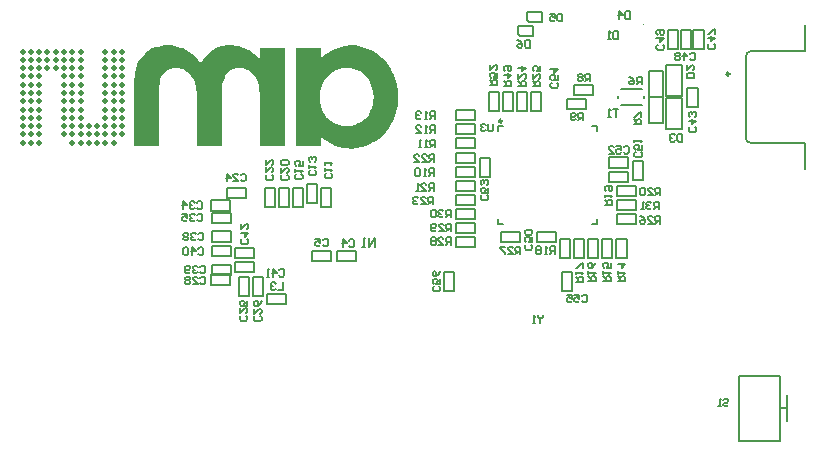
<source format=gbo>
%FSLAX25Y25*%
%MOIN*%
G70*
G01*
G75*
G04 Layer_Color=32896*
%ADD10C,0.01102*%
%ADD11R,0.01969X0.01969*%
%ADD12C,0.06811*%
%ADD13R,0.02200X0.02200*%
%ADD14R,0.24016X0.12047*%
%ADD15R,0.04331X0.02559*%
%ADD16R,0.04331X0.02200*%
%ADD17R,0.02362X0.04724*%
%ADD18R,0.01882X0.01024*%
%ADD19R,0.06890X0.05709*%
%ADD20R,0.05709X0.06890*%
%ADD21R,0.20866X0.07874*%
%ADD22R,0.08858X0.08465*%
%ADD23R,0.03200X0.03800*%
%ADD24R,0.06000X0.12000*%
%ADD25R,0.18000X0.10000*%
%ADD26R,0.03800X0.03200*%
%ADD27R,0.02874X0.01181*%
%ADD28R,0.01181X0.02874*%
%ADD29R,0.01181X0.03268*%
%ADD30R,0.03268X0.01181*%
%ADD31R,0.12047X0.24016*%
%ADD32R,0.09685X0.03110*%
%ADD33R,0.13000X0.07874*%
%ADD34R,0.04803X0.02441*%
%ADD35R,0.01870X0.00984*%
%ADD36R,0.00984X0.01870*%
%ADD37R,0.04331X0.04331*%
%ADD38R,0.02559X0.04331*%
%ADD39R,0.02047X0.04331*%
%ADD40R,0.03937X0.01378*%
%ADD41R,0.01378X0.03937*%
%ADD42R,0.02402X0.04902*%
%ADD43R,0.04095X0.07087*%
%ADD44R,0.04331X0.05512*%
%ADD45R,0.02165X0.01181*%
%ADD46R,0.02953X0.01181*%
%ADD47R,0.01181X0.02165*%
%ADD48R,0.01181X0.02953*%
%ADD49R,0.20630X0.20630*%
%ADD50R,0.02079X0.01024*%
%ADD51R,0.01024X0.02079*%
%ADD52R,0.10630X0.10630*%
%ADD53R,0.04134X0.01772*%
%ADD54R,0.11575X0.14094*%
%ADD55R,0.06890X0.06890*%
%ADD56O,0.02362X0.01181*%
%ADD57R,0.10000X0.14000*%
%ADD58R,0.02441X0.04803*%
%ADD59R,0.10236X0.03937*%
%ADD60R,0.03937X0.10236*%
%ADD61R,0.12992X0.12992*%
%ADD62R,0.07874X0.09843*%
%ADD63R,0.07874X0.07874*%
%ADD64R,0.02756X0.02165*%
%ADD65R,0.10433X0.03150*%
%ADD66R,0.02165X0.02165*%
%ADD67R,0.02165X0.02756*%
%ADD68R,0.03150X0.10433*%
%ADD69R,0.02165X0.02165*%
%ADD70R,0.02756X0.01181*%
%ADD71R,0.02200X0.01575*%
%ADD72R,0.01575X0.02200*%
G04:AMPARAMS|DCode=73|XSize=22mil|YSize=15.75mil|CornerRadius=0mil|HoleSize=0mil|Usage=FLASHONLY|Rotation=83.000|XOffset=0mil|YOffset=0mil|HoleType=Round|Shape=Rectangle|*
%AMROTATEDRECTD73*
4,1,4,0.00648,-0.01188,-0.00916,-0.00996,-0.00648,0.01188,0.00916,0.00996,0.00648,-0.01188,0.0*
%
%ADD73ROTATEDRECTD73*%

G04:AMPARAMS|DCode=74|XSize=22mil|YSize=15.75mil|CornerRadius=0mil|HoleSize=0mil|Usage=FLASHONLY|Rotation=97.000|XOffset=0mil|YOffset=0mil|HoleType=Round|Shape=Rectangle|*
%AMROTATEDRECTD74*
4,1,4,0.00916,-0.00996,-0.00648,-0.01188,-0.00916,0.00996,0.00648,0.01188,0.00916,-0.00996,0.0*
%
%ADD74ROTATEDRECTD74*%

%ADD75R,0.01969X0.03543*%
%ADD76R,0.03543X0.01969*%
%ADD77R,0.01969X0.03347*%
%ADD78R,0.03347X0.01969*%
%ADD79R,0.06496X0.06496*%
%ADD80R,0.05906X0.05906*%
%ADD81R,0.05906X0.05906*%
%ADD82R,0.07874X0.31496*%
%ADD83C,0.01400*%
%ADD84C,0.01000*%
%ADD85C,0.07000*%
%ADD86C,0.02400*%
%ADD87C,0.01575*%
%ADD88C,0.01100*%
%ADD89C,0.07874*%
%ADD90C,0.02362*%
%ADD91C,0.09000*%
%ADD92C,0.02000*%
%ADD93C,0.02047*%
%ADD94C,0.01600*%
%ADD95C,0.01969*%
%ADD96C,0.01200*%
%ADD97C,0.05000*%
%ADD98C,0.03500*%
%ADD99C,0.02200*%
%ADD100C,0.00984*%
%ADD101R,0.12835X0.09900*%
%ADD102R,0.11900X0.24400*%
%ADD103R,0.10700X0.08011*%
%ADD104R,0.10800X0.14300*%
%ADD105R,0.14525X0.03200*%
%ADD106R,0.18522X0.03500*%
%ADD107R,0.00433X0.01700*%
%ADD108R,0.10800X0.20947*%
%ADD109R,0.12402X0.23701*%
%ADD110R,0.09900X0.12520*%
%ADD111R,0.13976X0.55984*%
%ADD112R,0.35039X0.34961*%
%ADD113C,0.06299*%
%ADD114R,0.06299X0.06299*%
%ADD115R,0.03937X0.03937*%
%ADD116C,0.03937*%
%ADD117R,0.03937X0.03937*%
%ADD118C,0.01400*%
%ADD119C,0.01200*%
%ADD120C,0.01800*%
%ADD121C,0.02000*%
%ADD122C,0.04000*%
%ADD123C,0.01969*%
%ADD124C,0.02598*%
%ADD125C,0.00787*%
%ADD126C,0.01000*%
%ADD127C,0.02500*%
%ADD128C,0.02362*%
%ADD129C,0.14961*%
%ADD130C,0.03000*%
%ADD131R,0.11900X0.14889*%
%ADD132C,0.06000*%
%ADD133R,0.01200X0.02200*%
%ADD134R,0.09843X0.05906*%
%ADD135R,0.05906X0.09843*%
%ADD136R,0.04921X0.01575*%
%ADD137R,0.04921X0.01575*%
%ADD138R,0.08661X0.05512*%
%ADD139R,0.26772X0.26772*%
%ADD140R,0.01378X0.03150*%
%ADD141R,0.03150X0.01378*%
%ADD142R,0.03543X0.01575*%
%ADD143R,0.01969X0.01969*%
%ADD144R,0.05118X0.03347*%
%ADD145C,0.00900*%
%ADD146C,0.02500*%
%ADD147R,0.01850X0.03340*%
%ADD148R,0.05908X0.03435*%
%ADD149R,0.09900X0.13110*%
%ADD150C,0.00394*%
%ADD151C,0.00827*%
%ADD152C,0.00800*%
%ADD153C,0.00787*%
%ADD154C,0.00315*%
%ADD155C,0.00591*%
%ADD156C,0.00787*%
%ADD157C,0.00394*%
%ADD158C,0.00400*%
%ADD159C,0.01378*%
%ADD160C,0.00600*%
%ADD161R,0.01181X0.02165*%
%ADD162R,0.01771X0.02165*%
%ADD163R,0.02165X0.01181*%
%ADD164R,0.02165X0.01771*%
%ADD165R,0.11221X0.13307*%
%ADD166R,0.11102X0.13661*%
%ADD167R,0.10827X0.12214*%
%ADD168R,0.12214X0.10827*%
%ADD169R,0.14902X0.56988*%
%ADD170R,0.35945X0.35886*%
%ADD171R,0.02769X0.02769*%
%ADD172C,0.07611*%
%ADD173R,0.04882X0.03110*%
%ADD174R,0.04882X0.02751*%
%ADD175R,0.02913X0.05276*%
%ADD176R,0.02433X0.01575*%
%ADD177R,0.07690X0.06509*%
%ADD178R,0.06509X0.07690*%
%ADD179R,0.21666X0.08674*%
%ADD180R,0.09658X0.09265*%
%ADD181R,0.03279X0.03879*%
%ADD182R,0.03268X0.01575*%
%ADD183R,0.01575X0.03268*%
%ADD184R,0.01575X0.03661*%
%ADD185R,0.03661X0.01575*%
%ADD186R,0.09764X0.03189*%
%ADD187R,0.05354X0.02992*%
%ADD188R,0.02185X0.01299*%
%ADD189R,0.01299X0.02185*%
%ADD190R,0.04646X0.04646*%
%ADD191R,0.03110X0.04882*%
%ADD192R,0.02598X0.04882*%
%ADD193R,0.04331X0.01772*%
%ADD194R,0.01772X0.04331*%
%ADD195R,0.03202X0.05702*%
%ADD196R,0.04895X0.07887*%
%ADD197R,0.05131X0.06312*%
%ADD198R,0.02559X0.01575*%
%ADD199R,0.03347X0.01575*%
%ADD200R,0.01575X0.02559*%
%ADD201R,0.01575X0.03347*%
%ADD202R,0.21181X0.21181*%
%ADD203R,0.02630X0.01575*%
%ADD204R,0.01575X0.02630*%
%ADD205R,0.11181X0.11181*%
%ADD206R,0.04685X0.02323*%
%ADD207R,0.11811X0.14331*%
%ADD208R,0.07284X0.07284*%
%ADD209O,0.02756X0.01575*%
%ADD210R,0.11430X0.11430*%
%ADD211R,0.02992X0.05354*%
%ADD212R,0.11036X0.04737*%
%ADD213R,0.04737X0.11036*%
%ADD214R,0.13792X0.13792*%
%ADD215R,0.08674X0.10642*%
%ADD216R,0.08674X0.08674*%
%ADD217R,0.03156X0.02565*%
%ADD218R,0.10835X0.03551*%
%ADD219R,0.02565X0.02565*%
%ADD220R,0.02565X0.03156*%
%ADD221R,0.03551X0.10835*%
%ADD222R,0.02565X0.02565*%
%ADD223R,0.03556X0.01981*%
%ADD224R,0.07296X0.07296*%
%ADD225R,0.06706X0.06706*%
%ADD226R,0.06706X0.06706*%
%ADD227R,0.08674X0.32296*%
%ADD228C,0.04737*%
%ADD229R,0.04737X0.04737*%
%ADD230R,0.04737X0.04737*%
%ADD231C,0.03398*%
%ADD232C,0.04800*%
%ADD233C,0.15761*%
%ADD234R,0.17600X0.17600*%
%ADD235R,0.10642X0.06706*%
%ADD236R,0.06706X0.10642*%
%ADD237R,0.05721X0.02375*%
%ADD238R,0.05721X0.02375*%
%ADD239R,0.27165X0.27165*%
%ADD240R,0.01772X0.03543*%
%ADD241R,0.03543X0.01772*%
%ADD242R,0.05918X0.04147*%
%ADD243R,0.03879X0.03279*%
G36*
X202842Y170397D02*
X203910Y170254D01*
X204837Y170112D01*
X205691Y169898D01*
X206404Y169613D01*
X206974Y169470D01*
X207259Y169328D01*
X207401Y169257D01*
X208327Y168758D01*
X209182Y168259D01*
X209966Y167618D01*
X210678Y167120D01*
X211248Y166550D01*
X211676Y166122D01*
X211961Y165837D01*
X212032Y165766D01*
Y169613D01*
X220224D01*
Y136843D01*
X212032D01*
Y151375D01*
X211961Y153014D01*
X211889Y154439D01*
X211747Y155579D01*
X211604Y156576D01*
X211462Y157288D01*
X211391Y157787D01*
X211248Y158143D01*
Y158214D01*
X210892Y158998D01*
X210465Y159711D01*
X210108Y160281D01*
X209681Y160779D01*
X209325Y161135D01*
X209040Y161420D01*
X208826Y161563D01*
X208755Y161634D01*
X208114Y162062D01*
X207472Y162346D01*
X206831Y162631D01*
X206190Y162774D01*
X205691Y162845D01*
X205335Y162916D01*
X204979D01*
X204338Y162845D01*
X203697Y162774D01*
X203198Y162631D01*
X202699Y162418D01*
X202343Y162204D01*
X202058Y162062D01*
X201916Y161990D01*
X201845Y161919D01*
X201346Y161563D01*
X200990Y161064D01*
X200348Y160138D01*
X200135Y159711D01*
X199992Y159354D01*
X199850Y159069D01*
Y158998D01*
X199636Y158143D01*
X199422Y157146D01*
X199280Y156149D01*
X199209Y155080D01*
X199137Y154154D01*
Y153370D01*
Y153085D01*
Y152872D01*
Y152729D01*
Y152658D01*
Y136843D01*
X190945D01*
Y151589D01*
X190874Y153228D01*
X190802Y154581D01*
X190660Y155792D01*
X190517Y156719D01*
X190375Y157431D01*
X190304Y157930D01*
X190161Y158286D01*
Y158357D01*
X189805Y159141D01*
X189377Y159782D01*
X189021Y160352D01*
X188594Y160850D01*
X188238Y161207D01*
X187953Y161492D01*
X187739Y161634D01*
X187668Y161705D01*
X187027Y162133D01*
X186314Y162418D01*
X185673Y162631D01*
X185103Y162774D01*
X184604Y162845D01*
X184177Y162916D01*
X183821D01*
X182823Y162845D01*
X181968Y162631D01*
X181185Y162275D01*
X180615Y161919D01*
X180116Y161563D01*
X179831Y161207D01*
X179618Y160993D01*
X179546Y160922D01*
X179261Y160494D01*
X179048Y159995D01*
X178691Y158927D01*
X178478Y157645D01*
X178264Y156433D01*
X178193Y155222D01*
Y154724D01*
X178122Y154296D01*
Y153869D01*
Y153584D01*
Y153441D01*
Y153370D01*
Y136843D01*
X169929D01*
Y156006D01*
Y157075D01*
X170000Y158072D01*
X170071Y158998D01*
X170143Y159853D01*
X170214Y160637D01*
X170285Y161278D01*
X170499Y162489D01*
X170784Y163415D01*
X170926Y164056D01*
X171069Y164412D01*
X171140Y164555D01*
X171639Y165481D01*
X172209Y166336D01*
X172850Y167048D01*
X173491Y167689D01*
X174061Y168188D01*
X174560Y168544D01*
X174845Y168758D01*
X174987Y168829D01*
X175984Y169399D01*
X177053Y169755D01*
X178050Y170040D01*
X179048Y170254D01*
X179903Y170397D01*
X180544Y170468D01*
X181114D01*
X182396Y170397D01*
X183536Y170254D01*
X184604Y169969D01*
X185530Y169684D01*
X186314Y169399D01*
X186884Y169114D01*
X187240Y168972D01*
X187383Y168901D01*
X188380Y168259D01*
X189306Y167547D01*
X190161Y166834D01*
X190802Y166122D01*
X191372Y165481D01*
X191800Y164982D01*
X192085Y164626D01*
X192156Y164484D01*
X192797Y165481D01*
X193438Y166407D01*
X194151Y167191D01*
X194792Y167761D01*
X195362Y168259D01*
X195789Y168616D01*
X196074Y168829D01*
X196216Y168901D01*
X197143Y169399D01*
X198069Y169827D01*
X198995Y170112D01*
X199850Y170254D01*
X200633Y170397D01*
X201203Y170468D01*
X201702D01*
X202842Y170397D01*
D02*
G37*
G36*
X243772D02*
X244912Y170254D01*
X245980Y170040D01*
X246977Y169684D01*
X248901Y168901D01*
X249685Y168473D01*
X250468Y168046D01*
X251181Y167547D01*
X251751Y167120D01*
X252321Y166692D01*
X252748Y166336D01*
X253104Y165980D01*
X253318Y165766D01*
X253460Y165623D01*
X253532Y165552D01*
X254315Y164626D01*
X255028Y163629D01*
X255597Y162631D01*
X256096Y161563D01*
X256524Y160565D01*
X256951Y159497D01*
X257450Y157573D01*
X257663Y156647D01*
X257806Y155792D01*
X257877Y155080D01*
X257948Y154439D01*
X258020Y153869D01*
Y153513D01*
Y153228D01*
Y153156D01*
X257948Y151803D01*
X257806Y150521D01*
X257592Y149310D01*
X257307Y148170D01*
X256951Y147030D01*
X256524Y146033D01*
X256167Y145106D01*
X255669Y144252D01*
X255241Y143539D01*
X254885Y142827D01*
X254458Y142257D01*
X254101Y141758D01*
X253817Y141402D01*
X253603Y141117D01*
X253460Y140974D01*
X253389Y140903D01*
X252534Y140048D01*
X251608Y139265D01*
X250682Y138623D01*
X249685Y138054D01*
X248759Y137555D01*
X247832Y137199D01*
X246977Y136843D01*
X246123Y136629D01*
X245339Y136415D01*
X244627Y136273D01*
X243985Y136130D01*
X243415Y136059D01*
X242988Y135988D01*
X242347D01*
X241278Y136059D01*
X240352Y136130D01*
X239426Y136273D01*
X238642Y136486D01*
X238001Y136700D01*
X237503Y136843D01*
X237218Y136914D01*
X237075Y136985D01*
X236149Y137412D01*
X235223Y137911D01*
X234439Y138481D01*
X233656Y138980D01*
X233086Y139478D01*
X232587Y139906D01*
X232231Y140191D01*
X232160Y140262D01*
Y136843D01*
X223967D01*
Y169613D01*
X232160D01*
Y165980D01*
X233014Y166763D01*
X233869Y167404D01*
X234724Y168046D01*
X235437Y168473D01*
X236149Y168829D01*
X236648Y169114D01*
X236933Y169257D01*
X237075Y169328D01*
X238072Y169684D01*
X238999Y169969D01*
X239925Y170183D01*
X240780Y170325D01*
X241492Y170397D01*
X242062Y170468D01*
X242561D01*
X243772Y170397D01*
D02*
G37*
%LPC*%
G36*
X241278Y162916D02*
X240922D01*
X239497Y162774D01*
X238286Y162489D01*
X237146Y162062D01*
X236220Y161563D01*
X235437Y161064D01*
X234867Y160637D01*
X234582Y160352D01*
X234439Y160209D01*
X233584Y159141D01*
X232943Y158001D01*
X232445Y156861D01*
X232160Y155792D01*
X231946Y154795D01*
X231875Y154011D01*
X231803Y153726D01*
Y153513D01*
Y153370D01*
Y153299D01*
X231946Y151732D01*
X232231Y150307D01*
X232658Y149096D01*
X233086Y148098D01*
X233584Y147244D01*
X234012Y146674D01*
X234297Y146317D01*
X234439Y146175D01*
X235437Y145320D01*
X236505Y144679D01*
X237645Y144180D01*
X238642Y143895D01*
X239568Y143682D01*
X240281Y143610D01*
X240566Y143539D01*
X240922D01*
X242276Y143682D01*
X243487Y143966D01*
X244555Y144394D01*
X245481Y144893D01*
X246265Y145391D01*
X246835Y145819D01*
X247120Y146104D01*
X247262Y146246D01*
X248117Y147315D01*
X248759Y148526D01*
X249186Y149666D01*
X249471Y150805D01*
X249685Y151732D01*
X249756Y152515D01*
X249827Y152800D01*
Y153014D01*
Y153156D01*
Y153228D01*
X249685Y154724D01*
X249400Y156149D01*
X249043Y157288D01*
X248545Y158357D01*
X248117Y159141D01*
X247690Y159711D01*
X247405Y160067D01*
X247334Y160209D01*
X246336Y161135D01*
X245268Y161776D01*
X244199Y162275D01*
X243130Y162560D01*
X242276Y162774D01*
X241563Y162845D01*
X241278Y162916D01*
D02*
G37*
%LPD*%
D100*
X368399Y160854D02*
G03*
X368399Y160854I-492J0D01*
G01*
X292595Y145165D02*
G03*
X292595Y145165I-492J0D01*
G01*
D121*
X165894Y140779D02*
D03*
Y143535D02*
D03*
Y146291D02*
D03*
Y149047D02*
D03*
Y151803D02*
D03*
Y154559D02*
D03*
Y157315D02*
D03*
Y160071D02*
D03*
Y162827D02*
D03*
Y165583D02*
D03*
Y168339D02*
D03*
X163138D02*
D03*
Y165583D02*
D03*
Y162827D02*
D03*
Y160071D02*
D03*
Y157315D02*
D03*
Y154559D02*
D03*
Y151803D02*
D03*
Y149047D02*
D03*
Y146291D02*
D03*
Y143535D02*
D03*
Y140779D02*
D03*
Y138024D02*
D03*
X160382Y168339D02*
D03*
Y165583D02*
D03*
Y162827D02*
D03*
Y160071D02*
D03*
Y157315D02*
D03*
Y154559D02*
D03*
Y151803D02*
D03*
Y149047D02*
D03*
Y146291D02*
D03*
Y143535D02*
D03*
Y140779D02*
D03*
Y138024D02*
D03*
X157626Y143535D02*
D03*
Y140779D02*
D03*
Y138024D02*
D03*
X154870Y143535D02*
D03*
Y140779D02*
D03*
Y138024D02*
D03*
X152114Y168339D02*
D03*
Y165583D02*
D03*
Y162827D02*
D03*
Y160071D02*
D03*
Y157315D02*
D03*
Y154559D02*
D03*
Y151803D02*
D03*
Y149047D02*
D03*
Y146291D02*
D03*
Y143535D02*
D03*
Y140779D02*
D03*
Y138024D02*
D03*
X149358Y168339D02*
D03*
Y165583D02*
D03*
Y162827D02*
D03*
Y160071D02*
D03*
Y157315D02*
D03*
Y154559D02*
D03*
Y151803D02*
D03*
Y149047D02*
D03*
Y146291D02*
D03*
Y143535D02*
D03*
Y140779D02*
D03*
Y138024D02*
D03*
X146602Y168339D02*
D03*
Y165583D02*
D03*
Y162827D02*
D03*
Y160071D02*
D03*
Y157315D02*
D03*
Y154559D02*
D03*
Y151803D02*
D03*
Y149047D02*
D03*
Y146291D02*
D03*
Y143535D02*
D03*
Y140779D02*
D03*
X143846Y168339D02*
D03*
Y165583D02*
D03*
Y162827D02*
D03*
X141091Y168339D02*
D03*
Y165583D02*
D03*
Y162827D02*
D03*
X138335Y168339D02*
D03*
Y165583D02*
D03*
Y162827D02*
D03*
Y160071D02*
D03*
Y157315D02*
D03*
Y154559D02*
D03*
Y151803D02*
D03*
Y149047D02*
D03*
Y146291D02*
D03*
Y143535D02*
D03*
Y140779D02*
D03*
Y138024D02*
D03*
X135579Y168339D02*
D03*
Y165583D02*
D03*
Y162827D02*
D03*
Y160071D02*
D03*
Y157315D02*
D03*
Y154559D02*
D03*
Y151803D02*
D03*
Y149047D02*
D03*
Y146291D02*
D03*
Y143535D02*
D03*
Y140779D02*
D03*
Y138024D02*
D03*
X132823Y168339D02*
D03*
Y165583D02*
D03*
Y162827D02*
D03*
Y160071D02*
D03*
Y157315D02*
D03*
Y154559D02*
D03*
Y151803D02*
D03*
Y149047D02*
D03*
Y146291D02*
D03*
Y143535D02*
D03*
Y140779D02*
D03*
Y138024D02*
D03*
D150*
X339921Y177402D02*
G03*
X339921Y177402I-197J0D01*
G01*
D152*
X341454Y153104D02*
X346178D01*
X341454Y144442D02*
Y153104D01*
Y144442D02*
X346178D01*
Y153104D01*
X341454Y153243D02*
X346178D01*
Y161904D01*
X341454D02*
X346178D01*
X341454Y153243D02*
Y161904D01*
X297963Y176734D02*
X303081D01*
Y173388D02*
Y176734D01*
X297963Y174175D02*
Y176734D01*
Y174175D02*
X298750Y173388D01*
X303081D01*
X300863Y181434D02*
X305981D01*
Y178087D02*
Y181434D01*
X300863Y178875D02*
Y181434D01*
Y178875D02*
X301651Y178087D01*
X305981D01*
X347160Y152791D02*
X352672D01*
X347160Y142555D02*
X352672D01*
Y152791D01*
X347160Y142555D02*
Y152791D01*
Y153655D02*
X352672D01*
X347160Y163891D02*
X352672D01*
X347160Y153655D02*
Y163891D01*
X352672Y153655D02*
Y163891D01*
X229183Y101966D02*
X235521D01*
Y98580D02*
Y101966D01*
X229183Y98580D02*
X235521D01*
X229183D02*
Y101966D01*
X232313Y116414D02*
Y122752D01*
X235699D01*
Y116414D02*
Y122752D01*
X232313Y116414D02*
X235699D01*
X227613Y117814D02*
Y124153D01*
X230999D01*
Y117814D02*
Y124153D01*
X227613Y117814D02*
X230999D01*
X222913Y116414D02*
Y122752D01*
X226299D01*
Y116414D02*
Y122752D01*
X222913Y116414D02*
X226299D01*
X218213D02*
Y122752D01*
X221599D01*
Y116414D02*
Y122752D01*
X218213Y116414D02*
X221599D01*
X213513D02*
Y122752D01*
X216899D01*
Y116414D02*
Y122752D01*
X213513Y116414D02*
X216899D01*
X200797Y119510D02*
X207135D01*
X200797D02*
Y122896D01*
X207135D01*
Y119510D02*
Y122896D01*
X212859Y86734D02*
Y93072D01*
X209473Y86734D02*
X212859D01*
X209473D02*
Y93072D01*
X212859D01*
X195797Y105010D02*
X202135D01*
X195797D02*
Y108396D01*
X202135D01*
Y105010D02*
Y108396D01*
X203597Y99610D02*
X209935D01*
X203597D02*
Y102996D01*
X209935D01*
Y99610D02*
Y102996D01*
X237753Y98568D02*
X244091D01*
X237753D02*
Y101954D01*
X244091D01*
Y98568D02*
Y101954D01*
X208259Y86734D02*
Y93072D01*
X204873Y86734D02*
X208259D01*
X204873D02*
Y93072D01*
X208259D01*
X195747Y94066D02*
X202085D01*
Y90680D02*
Y94066D01*
X195747Y90680D02*
X202085D01*
X195747D02*
Y94066D01*
X195741Y118753D02*
X202079D01*
Y115367D02*
Y118753D01*
X195741Y115367D02*
X202079D01*
X195741D02*
Y118753D01*
X195791Y114693D02*
X202129D01*
Y111307D02*
Y114693D01*
X195791Y111307D02*
X202129D01*
X195791D02*
Y114693D01*
X195851Y93897D02*
X202189D01*
X195851D02*
Y97283D01*
X202189D01*
Y93897D02*
Y97283D01*
X195797Y100110D02*
X202135D01*
X195797D02*
Y103496D01*
X202135D01*
Y100110D02*
Y103496D01*
X203597Y94910D02*
X209935D01*
X203597D02*
Y98296D01*
X209935D01*
Y94910D02*
Y98296D01*
X354423Y150007D02*
Y156346D01*
X357809D01*
Y150007D02*
Y156346D01*
X354423Y150007D02*
X357809D01*
X359809Y169272D02*
Y175610D01*
X356423Y169272D02*
X359809D01*
X356423D02*
Y175610D01*
X359809D01*
X355515Y169272D02*
Y175610D01*
X352129Y169272D02*
X355515D01*
X352129D02*
Y175610D01*
X355515D01*
X347835Y169272D02*
Y175610D01*
X351220D01*
Y169272D02*
Y175610D01*
X347835Y169272D02*
X351220D01*
X304147Y104780D02*
X310485D01*
X304147D02*
Y108166D01*
X310485D01*
Y104780D02*
Y108166D01*
X339709Y125504D02*
Y131843D01*
X336323Y125504D02*
X339709D01*
X336323D02*
Y131843D01*
X339709D01*
X328153Y133054D02*
X334491D01*
Y129668D02*
Y133054D01*
X328153Y129668D02*
X334491D01*
X328153D02*
Y133054D01*
X285123Y126604D02*
Y132942D01*
X288509D01*
Y126604D02*
Y132942D01*
X285123Y126604D02*
X288509D01*
X312623Y88704D02*
Y95043D01*
X316009D01*
Y88704D02*
Y95043D01*
X312623Y88704D02*
X316009D01*
X276609D02*
Y95043D01*
X273223Y88704D02*
X276609D01*
X273223D02*
Y95043D01*
X276609D01*
X316727Y157266D02*
X323085D01*
Y153880D02*
Y157266D01*
X316727Y153880D02*
X323085D01*
X316727D02*
Y157266D01*
X314327Y152566D02*
X320685D01*
Y149180D02*
Y152566D01*
X314327Y149180D02*
X320685D01*
X314327D02*
Y152566D01*
X277247Y126580D02*
X283605D01*
X277247D02*
Y129966D01*
X283605D01*
Y126580D02*
Y129966D01*
X277247Y136080D02*
X283605D01*
X277247D02*
Y139466D01*
X283605D01*
Y136080D02*
Y139466D01*
X277247Y140780D02*
X283605D01*
X277247D02*
Y144166D01*
X283605D01*
Y140780D02*
Y144166D01*
X277247Y145480D02*
X283605D01*
X277247D02*
Y148866D01*
X283605D01*
Y145480D02*
Y148866D01*
X334115Y99591D02*
Y105950D01*
X330729Y99591D02*
X334115D01*
X330729D02*
Y105950D01*
X334115D01*
X329415Y99591D02*
Y105950D01*
X326029Y99591D02*
X329415D01*
X326029D02*
Y105950D01*
X329415D01*
X324715Y99591D02*
Y105950D01*
X321329Y99591D02*
X324715D01*
X321329D02*
Y105950D01*
X324715D01*
X320015Y99591D02*
Y105950D01*
X316629Y99591D02*
X320015D01*
X316629D02*
Y105950D01*
X320015D01*
X315315Y99591D02*
Y105950D01*
X311929Y99591D02*
X315315D01*
X311929D02*
Y105950D01*
X315315D01*
X328127Y128266D02*
X334485D01*
Y124880D02*
Y128266D01*
X328127Y124880D02*
X334485D01*
X328127D02*
Y128266D01*
X331047Y120180D02*
X337405D01*
X331047D02*
Y123566D01*
X337405D01*
Y120180D02*
Y123566D01*
X277247Y121880D02*
X283605D01*
X277247D02*
Y125266D01*
X283605D01*
Y121880D02*
Y125266D01*
X277227Y134666D02*
X283585D01*
Y131280D02*
Y134666D01*
X277227Y131280D02*
X283585D01*
X277227D02*
Y134666D01*
X277247Y117180D02*
X283605D01*
X277247D02*
Y120566D01*
X283605D01*
Y117180D02*
Y120566D01*
X297529Y148672D02*
Y155030D01*
X300915D01*
Y148672D02*
Y155030D01*
X297529Y148672D02*
X300915D01*
X302229D02*
Y155030D01*
X305615D01*
Y148672D02*
Y155030D01*
X302229Y148672D02*
X305615D01*
X331047Y110780D02*
X337405D01*
X331047D02*
Y114166D01*
X337405D01*
Y110780D02*
Y114166D01*
X292127Y108166D02*
X298485D01*
Y104780D02*
Y108166D01*
X292127Y104780D02*
X298485D01*
X292127D02*
Y108166D01*
X277227Y106566D02*
X283585D01*
Y103180D02*
Y106566D01*
X277227Y103180D02*
X283585D01*
X277227D02*
Y106566D01*
Y111166D02*
X283585D01*
Y107780D02*
Y111166D01*
X277227Y107780D02*
X283585D01*
X277227D02*
Y111166D01*
Y115866D02*
X283585D01*
Y112480D02*
Y115866D01*
X277227Y112480D02*
X283585D01*
X277227D02*
Y115866D01*
X331047Y115480D02*
X337405D01*
X331047D02*
Y118866D01*
X337405D01*
Y115480D02*
Y118866D01*
X292829Y148672D02*
Y155030D01*
X296215D01*
Y148672D02*
Y155030D01*
X292829Y148672D02*
X296215D01*
X291515Y148691D02*
Y155050D01*
X288129Y148691D02*
X291515D01*
X288129D02*
Y155050D01*
X291515D01*
X214381Y84207D02*
X220739D01*
X214381D02*
Y87593D01*
X220739D01*
Y84207D02*
Y87593D01*
D153*
X373802Y139702D02*
G03*
X375683Y137822I1880J0D01*
G01*
Y168531D02*
G03*
X373802Y166650I0J-1880D01*
G01*
X375683Y137822D02*
X393498D01*
Y129062D02*
Y137822D01*
Y168531D02*
Y177290D01*
X375683Y168531D02*
X393498D01*
X373802Y139889D02*
X373802Y166650D01*
X291303Y143573D02*
X292982D01*
X291303Y141894D02*
Y143573D01*
Y110773D02*
Y112453D01*
Y110773D02*
X292982D01*
X322523D02*
X324203D01*
Y112453D01*
Y141894D02*
Y143573D01*
X322523D02*
X324203D01*
X332271Y150401D02*
X339161D01*
X332271Y155952D02*
X339161D01*
X340066Y152881D02*
X340066Y153511D01*
X331385Y152861D02*
X331385Y153491D01*
X250236Y103189D02*
Y106338D01*
X248137Y103189D01*
Y106338D01*
X247088Y103189D02*
X246038D01*
X246563D01*
Y106338D01*
X247088Y105813D01*
D156*
X387658Y45238D02*
Y53900D01*
X385689Y49569D02*
X387658D01*
X371516Y60199D02*
X385295D01*
Y38545D02*
Y60199D01*
X371516Y38545D02*
Y60199D01*
Y38545D02*
X385295D01*
D160*
X191956Y92943D02*
X192373Y93360D01*
X193206D01*
X193622Y92943D01*
Y91277D01*
X193206Y90861D01*
X192373D01*
X191956Y91277D01*
X189457Y90861D02*
X191123D01*
X189457Y92527D01*
Y92943D01*
X189873Y93360D01*
X190706D01*
X191123Y92943D01*
X188624D02*
X188207Y93360D01*
X187374D01*
X186958Y92943D01*
Y92527D01*
X187374Y92110D01*
X186958Y91694D01*
Y91277D01*
X187374Y90861D01*
X188207D01*
X188624Y91277D01*
Y91694D01*
X188207Y92110D01*
X188624Y92527D01*
Y92943D01*
X188207Y92110D02*
X187374D01*
X241664Y105313D02*
X242080Y105729D01*
X242914D01*
X243330Y105313D01*
Y103647D01*
X242914Y103230D01*
X242080D01*
X241664Y103647D01*
X239581Y103230D02*
Y105729D01*
X240831Y104480D01*
X239165D01*
X232854Y105523D02*
X233270Y105939D01*
X234103D01*
X234520Y105523D01*
Y103857D01*
X234103Y103440D01*
X233270D01*
X232854Y103857D01*
X230355Y105939D02*
X232021D01*
Y104690D01*
X231188Y105106D01*
X230771D01*
X230355Y104690D01*
Y103857D01*
X230771Y103440D01*
X231604D01*
X232021Y103857D01*
X235595Y127737D02*
X236011Y127320D01*
Y126487D01*
X235595Y126071D01*
X233929D01*
X233512Y126487D01*
Y127320D01*
X233929Y127737D01*
X233512Y128570D02*
Y129403D01*
Y128986D01*
X236011D01*
X235595Y128570D01*
X233512Y130652D02*
Y131486D01*
Y131069D01*
X236011D01*
X235595Y130652D01*
X230195Y128737D02*
X230611Y128320D01*
Y127487D01*
X230195Y127071D01*
X228529D01*
X228112Y127487D01*
Y128320D01*
X228529Y128737D01*
X228112Y129570D02*
Y130403D01*
Y129986D01*
X230611D01*
X230195Y129570D01*
Y131652D02*
X230611Y132069D01*
Y132902D01*
X230195Y133319D01*
X229778D01*
X229362Y132902D01*
Y132486D01*
Y132902D01*
X228945Y133319D01*
X228529D01*
X228112Y132902D01*
Y132069D01*
X228529Y131652D01*
X225695Y127437D02*
X226111Y127020D01*
Y126187D01*
X225695Y125771D01*
X224029D01*
X223612Y126187D01*
Y127020D01*
X224029Y127437D01*
X223612Y128270D02*
Y129103D01*
Y128686D01*
X226111D01*
X225695Y128270D01*
X226111Y132019D02*
Y130352D01*
X224862D01*
X225278Y131186D01*
Y131602D01*
X224862Y132019D01*
X224029D01*
X223612Y131602D01*
Y130769D01*
X224029Y130352D01*
X221095Y127137D02*
X221511Y126720D01*
Y125887D01*
X221095Y125471D01*
X219429D01*
X219012Y125887D01*
Y126720D01*
X219429Y127137D01*
X219012Y129636D02*
Y127970D01*
X220678Y129636D01*
X221095D01*
X221511Y129219D01*
Y128386D01*
X221095Y127970D01*
Y130469D02*
X221511Y130886D01*
Y131719D01*
X221095Y132135D01*
X219429D01*
X219012Y131719D01*
Y130886D01*
X219429Y130469D01*
X221095D01*
X215895Y127237D02*
X216311Y126820D01*
Y125987D01*
X215895Y125571D01*
X214229D01*
X213812Y125987D01*
Y126820D01*
X214229Y127237D01*
X213812Y129736D02*
Y128070D01*
X215478Y129736D01*
X215895D01*
X216311Y129320D01*
Y128486D01*
X215895Y128070D01*
X213812Y132235D02*
Y130569D01*
X215478Y132235D01*
X215895D01*
X216311Y131819D01*
Y130986D01*
X215895Y130569D01*
X205506Y127173D02*
X205923Y127590D01*
X206756D01*
X207172Y127173D01*
Y125507D01*
X206756Y125091D01*
X205923D01*
X205506Y125507D01*
X203007Y125091D02*
X204673D01*
X203007Y126757D01*
Y127173D01*
X203423Y127590D01*
X204256D01*
X204673Y127173D01*
X200924Y125091D02*
Y127590D01*
X202174Y126340D01*
X200508D01*
X207193Y80356D02*
X207609Y79940D01*
Y79106D01*
X207193Y78690D01*
X205526D01*
X205110Y79106D01*
Y79940D01*
X205526Y80356D01*
X205110Y82855D02*
Y81189D01*
X206776Y82855D01*
X207193D01*
X207609Y82439D01*
Y81606D01*
X207193Y81189D01*
X207609Y85355D02*
Y83688D01*
X206360D01*
X206776Y84521D01*
Y84938D01*
X206360Y85355D01*
X205526D01*
X205110Y84938D01*
Y84105D01*
X205526Y83688D01*
X212043Y80206D02*
X212459Y79790D01*
Y78957D01*
X212043Y78540D01*
X210377D01*
X209960Y78957D01*
Y79790D01*
X210377Y80206D01*
X209960Y82705D02*
Y81039D01*
X211626Y82705D01*
X212043D01*
X212459Y82289D01*
Y81456D01*
X212043Y81039D01*
X212459Y85204D02*
X212043Y84371D01*
X211210Y83538D01*
X210377D01*
X209960Y83955D01*
Y84788D01*
X210377Y85204D01*
X210793D01*
X211210Y84788D01*
Y83538D01*
X190950Y118030D02*
X191367Y118447D01*
X192200D01*
X192616Y118030D01*
Y116364D01*
X192200Y115947D01*
X191367D01*
X190950Y116364D01*
X190117Y118030D02*
X189700Y118447D01*
X188867D01*
X188451Y118030D01*
Y117614D01*
X188867Y117197D01*
X189284D01*
X188867D01*
X188451Y116781D01*
Y116364D01*
X188867Y115947D01*
X189700D01*
X190117Y116364D01*
X186368Y115947D02*
Y118447D01*
X187618Y117197D01*
X185952D01*
X191100Y113870D02*
X191517Y114287D01*
X192350D01*
X192766Y113870D01*
Y112204D01*
X192350Y111787D01*
X191517D01*
X191100Y112204D01*
X190267Y113870D02*
X189850Y114287D01*
X189017D01*
X188601Y113870D01*
Y113454D01*
X189017Y113037D01*
X189434D01*
X189017D01*
X188601Y112621D01*
Y112204D01*
X189017Y111787D01*
X189850D01*
X190267Y112204D01*
X186102Y114287D02*
X187768D01*
Y113037D01*
X186935Y113454D01*
X186518D01*
X186102Y113037D01*
Y112204D01*
X186518Y111787D01*
X187351D01*
X187768Y112204D01*
X191406Y107473D02*
X191823Y107890D01*
X192656D01*
X193072Y107473D01*
Y105807D01*
X192656Y105391D01*
X191823D01*
X191406Y105807D01*
X190573Y107473D02*
X190156Y107890D01*
X189323D01*
X188907Y107473D01*
Y107057D01*
X189323Y106640D01*
X189740D01*
X189323D01*
X188907Y106224D01*
Y105807D01*
X189323Y105391D01*
X190156D01*
X190573Y105807D01*
X188074Y107473D02*
X187657Y107890D01*
X186824D01*
X186408Y107473D01*
Y107057D01*
X186824Y106640D01*
X186408Y106224D01*
Y105807D01*
X186824Y105391D01*
X187657D01*
X188074Y105807D01*
Y106224D01*
X187657Y106640D01*
X188074Y107057D01*
Y107473D01*
X187657Y106640D02*
X186824D01*
X191956Y96531D02*
X192373Y96948D01*
X193205D01*
X193622Y96531D01*
Y94865D01*
X193205Y94449D01*
X192373D01*
X191956Y94865D01*
X191123Y96531D02*
X190706Y96948D01*
X189873D01*
X189457Y96531D01*
Y96115D01*
X189873Y95698D01*
X190290D01*
X189873D01*
X189457Y95282D01*
Y94865D01*
X189873Y94449D01*
X190706D01*
X191123Y94865D01*
X188624D02*
X188207Y94449D01*
X187374D01*
X186958Y94865D01*
Y96531D01*
X187374Y96948D01*
X188207D01*
X188624Y96531D01*
Y96115D01*
X188207Y95698D01*
X186958D01*
X191406Y102673D02*
X191823Y103090D01*
X192656D01*
X193072Y102673D01*
Y101007D01*
X192656Y100591D01*
X191823D01*
X191406Y101007D01*
X189323Y100591D02*
Y103090D01*
X190573Y101840D01*
X188907D01*
X188074Y102673D02*
X187657Y103090D01*
X186824D01*
X186408Y102673D01*
Y101007D01*
X186824Y100591D01*
X187657D01*
X188074Y101007D01*
Y102673D01*
X218344Y95433D02*
X218760Y95849D01*
X219594D01*
X220010Y95433D01*
Y93766D01*
X219594Y93350D01*
X218760D01*
X218344Y93766D01*
X216261Y93350D02*
Y95849D01*
X217511Y94600D01*
X215845D01*
X215012Y93350D02*
X214179D01*
X214595D01*
Y95849D01*
X215012Y95433D01*
X207673Y105836D02*
X208089Y105420D01*
Y104587D01*
X207673Y104170D01*
X206007D01*
X205590Y104587D01*
Y105420D01*
X206007Y105836D01*
X205590Y107919D02*
X208089D01*
X206840Y106669D01*
Y108335D01*
X205590Y110835D02*
Y109168D01*
X207256Y110835D01*
X207673D01*
X208089Y110418D01*
Y109585D01*
X207673Y109168D01*
X219630Y91419D02*
Y88920D01*
X217964D01*
X217131Y91003D02*
X216714Y91419D01*
X215881D01*
X215465Y91003D01*
Y90586D01*
X215881Y90170D01*
X216298D01*
X215881D01*
X215465Y89753D01*
Y89337D01*
X215881Y88920D01*
X216714D01*
X217131Y89337D01*
X356905Y143227D02*
X357321Y142810D01*
Y141977D01*
X356905Y141561D01*
X355239D01*
X354822Y141977D01*
Y142810D01*
X355239Y143227D01*
X354822Y145309D02*
X357321D01*
X356072Y144060D01*
Y145726D01*
X356905Y146559D02*
X357321Y146976D01*
Y147809D01*
X356905Y148225D01*
X356488D01*
X356072Y147809D01*
Y147392D01*
Y147809D01*
X355655Y148225D01*
X355239D01*
X354822Y147809D01*
Y146976D01*
X355239Y146559D01*
X355224Y167634D02*
X355640Y168050D01*
X356473D01*
X356890Y167634D01*
Y165968D01*
X356473Y165551D01*
X355640D01*
X355224Y165968D01*
X353141Y165551D02*
Y168050D01*
X354391Y166801D01*
X352724D01*
X351891Y167634D02*
X351475Y168050D01*
X350642D01*
X350225Y167634D01*
Y167217D01*
X350642Y166801D01*
X350225Y166384D01*
Y165968D01*
X350642Y165551D01*
X351475D01*
X351891Y165968D01*
Y166384D01*
X351475Y166801D01*
X351891Y167217D01*
Y167634D01*
X351475Y166801D02*
X350642D01*
X346123Y170636D02*
X346539Y170220D01*
Y169386D01*
X346123Y168970D01*
X344457D01*
X344040Y169386D01*
Y170220D01*
X344457Y170636D01*
X344040Y172719D02*
X346539D01*
X345290Y171469D01*
Y173135D01*
X344457Y173968D02*
X344040Y174385D01*
Y175218D01*
X344457Y175635D01*
X346123D01*
X346539Y175218D01*
Y174385D01*
X346123Y173968D01*
X345706D01*
X345290Y174385D01*
Y175635D01*
X302303Y104036D02*
X302719Y103620D01*
Y102787D01*
X302303Y102370D01*
X300637D01*
X300220Y102787D01*
Y103620D01*
X300637Y104036D01*
X302719Y106535D02*
Y104869D01*
X301470D01*
X301886Y105702D01*
Y106119D01*
X301470Y106535D01*
X300637D01*
X300220Y106119D01*
Y105286D01*
X300637Y104869D01*
X302303Y107368D02*
X302719Y107785D01*
Y108618D01*
X302303Y109035D01*
X300637D01*
X300220Y108618D01*
Y107785D01*
X300637Y107368D01*
X302303D01*
X338823Y134806D02*
X339239Y134390D01*
Y133556D01*
X338823Y133140D01*
X337157D01*
X336740Y133556D01*
Y134390D01*
X337157Y134806D01*
X339239Y137305D02*
Y135639D01*
X337990D01*
X338406Y136472D01*
Y136889D01*
X337990Y137305D01*
X337157D01*
X336740Y136889D01*
Y136056D01*
X337157Y135639D01*
X336740Y138138D02*
Y138971D01*
Y138555D01*
X339239D01*
X338823Y138138D01*
X333124Y136433D02*
X333540Y136849D01*
X334373D01*
X334790Y136433D01*
Y134766D01*
X334373Y134350D01*
X333540D01*
X333124Y134766D01*
X330625Y136849D02*
X332291D01*
Y135600D01*
X331458Y136016D01*
X331041D01*
X330625Y135600D01*
Y134766D01*
X331041Y134350D01*
X331874D01*
X332291Y134766D01*
X328126Y134350D02*
X329792D01*
X328126Y136016D01*
Y136433D01*
X328542Y136849D01*
X329375D01*
X329792Y136433D01*
X287553Y120476D02*
X287969Y120060D01*
Y119227D01*
X287553Y118810D01*
X285887D01*
X285470Y119227D01*
Y120060D01*
X285887Y120476D01*
X287969Y122975D02*
Y121309D01*
X286720D01*
X287136Y122142D01*
Y122559D01*
X286720Y122975D01*
X285887D01*
X285470Y122559D01*
Y121726D01*
X285887Y121309D01*
X287553Y123808D02*
X287969Y124225D01*
Y125058D01*
X287553Y125475D01*
X287136D01*
X286720Y125058D01*
Y124641D01*
Y125058D01*
X286303Y125475D01*
X285887D01*
X285470Y125058D01*
Y124225D01*
X285887Y123808D01*
X310805Y158027D02*
X311221Y157610D01*
Y156777D01*
X310805Y156361D01*
X309139D01*
X308722Y156777D01*
Y157610D01*
X309139Y158027D01*
X311221Y160526D02*
Y158860D01*
X309972D01*
X310388Y159693D01*
Y160109D01*
X309972Y160526D01*
X309139D01*
X308722Y160109D01*
Y159276D01*
X309139Y158860D01*
X308722Y162609D02*
X311221D01*
X309972Y161359D01*
Y163025D01*
X319256Y86843D02*
X319672Y87260D01*
X320506D01*
X320922Y86843D01*
Y85177D01*
X320506Y84761D01*
X319672D01*
X319256Y85177D01*
X316757Y87260D02*
X318423D01*
Y86010D01*
X317590Y86427D01*
X317173D01*
X316757Y86010D01*
Y85177D01*
X317173Y84761D01*
X318006D01*
X318423Y85177D01*
X314258Y87260D02*
X315924D01*
Y86010D01*
X315091Y86427D01*
X314674D01*
X314258Y86010D01*
Y85177D01*
X314674Y84761D01*
X315507D01*
X315924Y85177D01*
X271563Y90066D02*
X271979Y89650D01*
Y88816D01*
X271563Y88400D01*
X269897D01*
X269480Y88816D01*
Y89650D01*
X269897Y90066D01*
X271979Y92565D02*
Y90899D01*
X270730D01*
X271146Y91732D01*
Y92149D01*
X270730Y92565D01*
X269897D01*
X269480Y92149D01*
Y91316D01*
X269897Y90899D01*
X271979Y95065D02*
X271563Y94231D01*
X270730Y93398D01*
X269897D01*
X269480Y93815D01*
Y94648D01*
X269897Y95065D01*
X270313D01*
X270730Y94648D01*
Y93398D01*
X331299Y175058D02*
Y172559D01*
X330050D01*
X329633Y172976D01*
Y174642D01*
X330050Y175058D01*
X331299D01*
X328800Y172559D02*
X327967D01*
X328383D01*
Y175058D01*
X328800Y174642D01*
X356621Y159561D02*
X354122D01*
Y160810D01*
X354539Y161227D01*
X356205D01*
X356621Y160810D01*
Y159561D01*
X354122Y163726D02*
Y162060D01*
X355788Y163726D01*
X356205D01*
X356621Y163310D01*
Y162476D01*
X356205Y162060D01*
X352722Y140860D02*
Y138361D01*
X351472D01*
X351056Y138777D01*
Y140443D01*
X351472Y140860D01*
X352722D01*
X350223Y140443D02*
X349806Y140860D01*
X348973D01*
X348557Y140443D01*
Y140027D01*
X348973Y139610D01*
X349390D01*
X348973D01*
X348557Y139194D01*
Y138777D01*
X348973Y138361D01*
X349806D01*
X350223Y138777D01*
X335315Y181751D02*
Y179252D01*
X334065D01*
X333649Y179668D01*
Y181335D01*
X334065Y181751D01*
X335315D01*
X331566Y179252D02*
Y181751D01*
X332816Y180502D01*
X331150D01*
X312722Y180960D02*
Y178461D01*
X311473D01*
X311056Y178877D01*
Y180543D01*
X311473Y180960D01*
X312722D01*
X308557D02*
X310223D01*
Y179710D01*
X309390Y180127D01*
X308973D01*
X308557Y179710D01*
Y178877D01*
X308973Y178461D01*
X309806D01*
X310223Y178877D01*
X301922Y172160D02*
Y169661D01*
X300673D01*
X300256Y170077D01*
Y171743D01*
X300673Y172160D01*
X301922D01*
X297757D02*
X298590Y171743D01*
X299423Y170910D01*
Y170077D01*
X299006Y169661D01*
X298173D01*
X297757Y170077D01*
Y170494D01*
X298173Y170910D01*
X299423D01*
X321950Y158500D02*
Y160999D01*
X320700D01*
X320284Y160583D01*
Y159750D01*
X320700Y159333D01*
X321950D01*
X321117D02*
X320284Y158500D01*
X319451Y160583D02*
X319034Y160999D01*
X318201D01*
X317785Y160583D01*
Y160166D01*
X318201Y159750D01*
X317785Y159333D01*
Y158916D01*
X318201Y158500D01*
X319034D01*
X319451Y158916D01*
Y159333D01*
X319034Y159750D01*
X319451Y160166D01*
Y160583D01*
X319034Y159750D02*
X318201D01*
X319610Y145440D02*
Y147939D01*
X318360D01*
X317944Y147523D01*
Y146690D01*
X318360Y146273D01*
X319610D01*
X318777D02*
X317944Y145440D01*
X317111Y145856D02*
X316694Y145440D01*
X315861D01*
X315445Y145856D01*
Y147523D01*
X315861Y147939D01*
X316694D01*
X317111Y147523D01*
Y147106D01*
X316694Y146690D01*
X315445D01*
X269922Y126961D02*
Y129460D01*
X268672D01*
X268256Y129043D01*
Y128210D01*
X268672Y127794D01*
X269922D01*
X269089D02*
X268256Y126961D01*
X267423D02*
X266590D01*
X267006D01*
Y129460D01*
X267423Y129043D01*
X265340D02*
X264924Y129460D01*
X264091D01*
X263674Y129043D01*
Y127377D01*
X264091Y126961D01*
X264924D01*
X265340Y127377D01*
Y129043D01*
X270322Y136461D02*
Y138960D01*
X269073D01*
X268656Y138543D01*
Y137710D01*
X269073Y137294D01*
X270322D01*
X269489D02*
X268656Y136461D01*
X267823D02*
X266990D01*
X267406D01*
Y138960D01*
X267823Y138543D01*
X265740Y136461D02*
X264907D01*
X265324D01*
Y138960D01*
X265740Y138543D01*
X270222Y141261D02*
Y143760D01*
X268972D01*
X268556Y143343D01*
Y142510D01*
X268972Y142094D01*
X270222D01*
X269389D02*
X268556Y141261D01*
X267723D02*
X266890D01*
X267306D01*
Y143760D01*
X267723Y143343D01*
X263974Y141261D02*
X265640D01*
X263974Y142927D01*
Y143343D01*
X264391Y143760D01*
X265224D01*
X265640Y143343D01*
X270222Y145961D02*
Y148460D01*
X268972D01*
X268556Y148043D01*
Y147210D01*
X268972Y146794D01*
X270222D01*
X269389D02*
X268556Y145961D01*
X267723D02*
X266890D01*
X267306D01*
Y148460D01*
X267723Y148043D01*
X265640D02*
X265224Y148460D01*
X264391D01*
X263974Y148043D01*
Y147627D01*
X264391Y147210D01*
X264807D01*
X264391D01*
X263974Y146794D01*
Y146377D01*
X264391Y145961D01*
X265224D01*
X265640Y146377D01*
X331222Y91761D02*
X333721D01*
Y93010D01*
X333305Y93427D01*
X332472D01*
X332055Y93010D01*
Y91761D01*
Y92594D02*
X331222Y93427D01*
Y94260D02*
Y95093D01*
Y94676D01*
X333721D01*
X333305Y94260D01*
X331222Y97592D02*
X333721D01*
X332472Y96343D01*
Y98009D01*
X326322Y91761D02*
X328821D01*
Y93010D01*
X328405Y93427D01*
X327572D01*
X327155Y93010D01*
Y91761D01*
Y92594D02*
X326322Y93427D01*
Y94260D02*
Y95093D01*
Y94676D01*
X328821D01*
X328405Y94260D01*
X328821Y98009D02*
Y96343D01*
X327572D01*
X327988Y97176D01*
Y97592D01*
X327572Y98009D01*
X326739D01*
X326322Y97592D01*
Y96759D01*
X326739Y96343D01*
X321322Y91761D02*
X323821D01*
Y93010D01*
X323405Y93427D01*
X322572D01*
X322155Y93010D01*
Y91761D01*
Y92594D02*
X321322Y93427D01*
Y94260D02*
Y95093D01*
Y94676D01*
X323821D01*
X323405Y94260D01*
X323821Y98009D02*
X323405Y97176D01*
X322572Y96343D01*
X321739D01*
X321322Y96759D01*
Y97592D01*
X321739Y98009D01*
X322155D01*
X322572Y97592D01*
Y96343D01*
X310220Y100930D02*
Y103429D01*
X308970D01*
X308554Y103013D01*
Y102180D01*
X308970Y101763D01*
X310220D01*
X309387D02*
X308554Y100930D01*
X307721D02*
X306888D01*
X307304D01*
Y103429D01*
X307721Y103013D01*
X305638D02*
X305222Y103429D01*
X304388D01*
X303972Y103013D01*
Y102596D01*
X304388Y102180D01*
X303972Y101763D01*
Y101347D01*
X304388Y100930D01*
X305222D01*
X305638Y101347D01*
Y101763D01*
X305222Y102180D01*
X305638Y102596D01*
Y103013D01*
X305222Y102180D02*
X304388D01*
X326910Y117340D02*
X329409D01*
Y118590D01*
X328993Y119006D01*
X328160D01*
X327743Y118590D01*
Y117340D01*
Y118173D02*
X326910Y119006D01*
Y119839D02*
Y120672D01*
Y120256D01*
X329409D01*
X328993Y119839D01*
X327326Y121922D02*
X326910Y122338D01*
Y123171D01*
X327326Y123588D01*
X328993D01*
X329409Y123171D01*
Y122338D01*
X328993Y121922D01*
X328576D01*
X328160Y122338D01*
Y123588D01*
X345270Y120500D02*
Y122999D01*
X344020D01*
X343604Y122583D01*
Y121750D01*
X344020Y121333D01*
X345270D01*
X344437D02*
X343604Y120500D01*
X341105D02*
X342771D01*
X341105Y122166D01*
Y122583D01*
X341521Y122999D01*
X342354D01*
X342771Y122583D01*
X340272D02*
X339855Y122999D01*
X339022D01*
X338605Y122583D01*
Y120916D01*
X339022Y120500D01*
X339855D01*
X340272Y120916D01*
Y122583D01*
X269922Y121961D02*
Y124460D01*
X268672D01*
X268256Y124043D01*
Y123210D01*
X268672Y122794D01*
X269922D01*
X269089D02*
X268256Y121961D01*
X265757D02*
X267423D01*
X265757Y123627D01*
Y124043D01*
X266173Y124460D01*
X267006D01*
X267423Y124043D01*
X264924Y121961D02*
X264091D01*
X264507D01*
Y124460D01*
X264924Y124043D01*
X270022Y131561D02*
Y134060D01*
X268773D01*
X268356Y133643D01*
Y132810D01*
X268773Y132394D01*
X270022D01*
X269189D02*
X268356Y131561D01*
X265857D02*
X267523D01*
X265857Y133227D01*
Y133643D01*
X266273Y134060D01*
X267106D01*
X267523Y133643D01*
X263358Y131561D02*
X265024D01*
X263358Y133227D01*
Y133643D01*
X263774Y134060D01*
X264607D01*
X265024Y133643D01*
X269622Y117461D02*
Y119960D01*
X268373D01*
X267956Y119543D01*
Y118710D01*
X268373Y118294D01*
X269622D01*
X268789D02*
X267956Y117461D01*
X265457D02*
X267123D01*
X265457Y119127D01*
Y119543D01*
X265873Y119960D01*
X266706D01*
X267123Y119543D01*
X264624D02*
X264207Y119960D01*
X263374D01*
X262958Y119543D01*
Y119127D01*
X263374Y118710D01*
X263791D01*
X263374D01*
X262958Y118294D01*
Y117877D01*
X263374Y117461D01*
X264207D01*
X264624Y117877D01*
X298022Y156761D02*
X300521D01*
Y158010D01*
X300105Y158427D01*
X299272D01*
X298855Y158010D01*
Y156761D01*
Y157594D02*
X298022Y158427D01*
Y160926D02*
Y159260D01*
X299688Y160926D01*
X300105D01*
X300521Y160510D01*
Y159676D01*
X300105Y159260D01*
X298022Y163009D02*
X300521D01*
X299272Y161759D01*
Y163425D01*
X302922Y156761D02*
X305421D01*
Y158010D01*
X305005Y158427D01*
X304172D01*
X303755Y158010D01*
Y156761D01*
Y157594D02*
X302922Y158427D01*
Y160926D02*
Y159260D01*
X304588Y160926D01*
X305005D01*
X305421Y160510D01*
Y159676D01*
X305005Y159260D01*
X305421Y163425D02*
Y161759D01*
X304172D01*
X304588Y162592D01*
Y163009D01*
X304172Y163425D01*
X303339D01*
X302922Y163009D01*
Y162176D01*
X303339Y161759D01*
X345270Y110990D02*
Y113489D01*
X344020D01*
X343604Y113073D01*
Y112240D01*
X344020Y111823D01*
X345270D01*
X344437D02*
X343604Y110990D01*
X341105D02*
X342771D01*
X341105Y112656D01*
Y113073D01*
X341521Y113489D01*
X342354D01*
X342771Y113073D01*
X338605Y113489D02*
X339439Y113073D01*
X340272Y112240D01*
Y111407D01*
X339855Y110990D01*
X339022D01*
X338605Y111407D01*
Y111823D01*
X339022Y112240D01*
X340272D01*
X298760Y100810D02*
Y103309D01*
X297510D01*
X297094Y102893D01*
Y102060D01*
X297510Y101643D01*
X298760D01*
X297927D02*
X297094Y100810D01*
X294595D02*
X296261D01*
X294595Y102476D01*
Y102893D01*
X295011Y103309D01*
X295844D01*
X296261Y102893D01*
X293762Y103309D02*
X292095D01*
Y102893D01*
X293762Y101226D01*
Y100810D01*
X275522Y103961D02*
Y106460D01*
X274272D01*
X273856Y106043D01*
Y105210D01*
X274272Y104794D01*
X275522D01*
X274689D02*
X273856Y103961D01*
X271357D02*
X273023D01*
X271357Y105627D01*
Y106043D01*
X271773Y106460D01*
X272606D01*
X273023Y106043D01*
X270524D02*
X270107Y106460D01*
X269274D01*
X268858Y106043D01*
Y105627D01*
X269274Y105210D01*
X268858Y104794D01*
Y104377D01*
X269274Y103961D01*
X270107D01*
X270524Y104377D01*
Y104794D01*
X270107Y105210D01*
X270524Y105627D01*
Y106043D01*
X270107Y105210D02*
X269274D01*
X275622Y108461D02*
Y110960D01*
X274373D01*
X273956Y110543D01*
Y109710D01*
X274373Y109294D01*
X275622D01*
X274789D02*
X273956Y108461D01*
X271457D02*
X273123D01*
X271457Y110127D01*
Y110543D01*
X271873Y110960D01*
X272706D01*
X273123Y110543D01*
X270624Y108877D02*
X270207Y108461D01*
X269374D01*
X268958Y108877D01*
Y110543D01*
X269374Y110960D01*
X270207D01*
X270624Y110543D01*
Y110127D01*
X270207Y109710D01*
X268958D01*
X275522Y113061D02*
Y115560D01*
X274272D01*
X273856Y115143D01*
Y114310D01*
X274272Y113894D01*
X275522D01*
X274689D02*
X273856Y113061D01*
X273023Y115143D02*
X272606Y115560D01*
X271773D01*
X271357Y115143D01*
Y114727D01*
X271773Y114310D01*
X272190D01*
X271773D01*
X271357Y113894D01*
Y113477D01*
X271773Y113061D01*
X272606D01*
X273023Y113477D01*
X270524Y115143D02*
X270107Y115560D01*
X269274D01*
X268858Y115143D01*
Y113477D01*
X269274Y113061D01*
X270107D01*
X270524Y113477D01*
Y115143D01*
X344922Y115861D02*
Y118360D01*
X343672D01*
X343256Y117943D01*
Y117110D01*
X343672Y116694D01*
X344922D01*
X344089D02*
X343256Y115861D01*
X342423Y117943D02*
X342006Y118360D01*
X341173D01*
X340757Y117943D01*
Y117527D01*
X341173Y117110D01*
X341590D01*
X341173D01*
X340757Y116694D01*
Y116277D01*
X341173Y115861D01*
X342006D01*
X342423Y116277D01*
X339924Y115861D02*
X339091D01*
X339507D01*
Y118360D01*
X339924Y117943D01*
X366356Y52143D02*
X366773Y52560D01*
X367606D01*
X368022Y52143D01*
Y51727D01*
X367606Y51310D01*
X366773D01*
X366356Y50894D01*
Y50477D01*
X366773Y50061D01*
X367606D01*
X368022Y50477D01*
X365523Y50061D02*
X364690D01*
X365106D01*
Y52560D01*
X365523Y52143D01*
X331322Y149160D02*
X329656D01*
X330489D01*
Y146661D01*
X328823D02*
X327990D01*
X328406D01*
Y149160D01*
X328823Y148743D01*
X289622Y144360D02*
Y142277D01*
X289206Y141861D01*
X288372D01*
X287956Y142277D01*
Y144360D01*
X287123Y143943D02*
X286706Y144360D01*
X285873D01*
X285457Y143943D01*
Y143527D01*
X285873Y143110D01*
X286290D01*
X285873D01*
X285457Y142694D01*
Y142277D01*
X285873Y141861D01*
X286706D01*
X287123Y142277D01*
X306222Y80460D02*
Y80043D01*
X305389Y79210D01*
X304556Y80043D01*
Y80460D01*
X305389Y79210D02*
Y77961D01*
X303723D02*
X302890D01*
X303306D01*
Y80460D01*
X303723Y80043D01*
X339122Y157461D02*
Y159960D01*
X337873D01*
X337456Y159543D01*
Y158710D01*
X337873Y158294D01*
X339122D01*
X338289D02*
X337456Y157461D01*
X334957Y159960D02*
X335790Y159543D01*
X336623Y158710D01*
Y157877D01*
X336206Y157461D01*
X335373D01*
X334957Y157877D01*
Y158294D01*
X335373Y158710D01*
X336623D01*
X336522Y144061D02*
X339021D01*
Y145310D01*
X338605Y145727D01*
X337772D01*
X337355Y145310D01*
Y144061D01*
Y144894D02*
X336522Y145727D01*
X339021Y146560D02*
Y148226D01*
X338605D01*
X336939Y146560D01*
X336522D01*
X293222Y156961D02*
X295721D01*
Y158210D01*
X295305Y158627D01*
X294472D01*
X294055Y158210D01*
Y156961D01*
Y157794D02*
X293222Y158627D01*
Y160710D02*
X295721D01*
X294472Y159460D01*
Y161126D01*
X293639Y161959D02*
X293222Y162376D01*
Y163209D01*
X293639Y163625D01*
X295305D01*
X295721Y163209D01*
Y162376D01*
X295305Y161959D01*
X294888D01*
X294472Y162376D01*
Y163625D01*
X317170Y91660D02*
X319669D01*
Y92910D01*
X319253Y93326D01*
X318420D01*
X318003Y92910D01*
Y91660D01*
Y92493D02*
X317170Y93326D01*
Y94159D02*
Y94992D01*
Y94576D01*
X319669D01*
X319253Y94159D01*
X319669Y96242D02*
Y97908D01*
X319253D01*
X317586Y96242D01*
X317170D01*
X288522Y157161D02*
X291021D01*
Y158410D01*
X290605Y158827D01*
X289772D01*
X289355Y158410D01*
Y157161D01*
Y157994D02*
X288522Y158827D01*
X291021Y161326D02*
Y159660D01*
X289772D01*
X290188Y160493D01*
Y160909D01*
X289772Y161326D01*
X288939D01*
X288522Y160909D01*
Y160076D01*
X288939Y159660D01*
X288522Y163825D02*
Y162159D01*
X290188Y163825D01*
X290605D01*
X291021Y163409D01*
Y162576D01*
X290605Y162159D01*
X363193Y170946D02*
X363609Y170530D01*
Y169696D01*
X363193Y169280D01*
X361526D01*
X361110Y169696D01*
Y170530D01*
X361526Y170946D01*
X361110Y173029D02*
X363609D01*
X362360Y171779D01*
Y173445D01*
X363609Y174278D02*
Y175944D01*
X363193D01*
X361526Y174278D01*
X361110D01*
M02*

</source>
